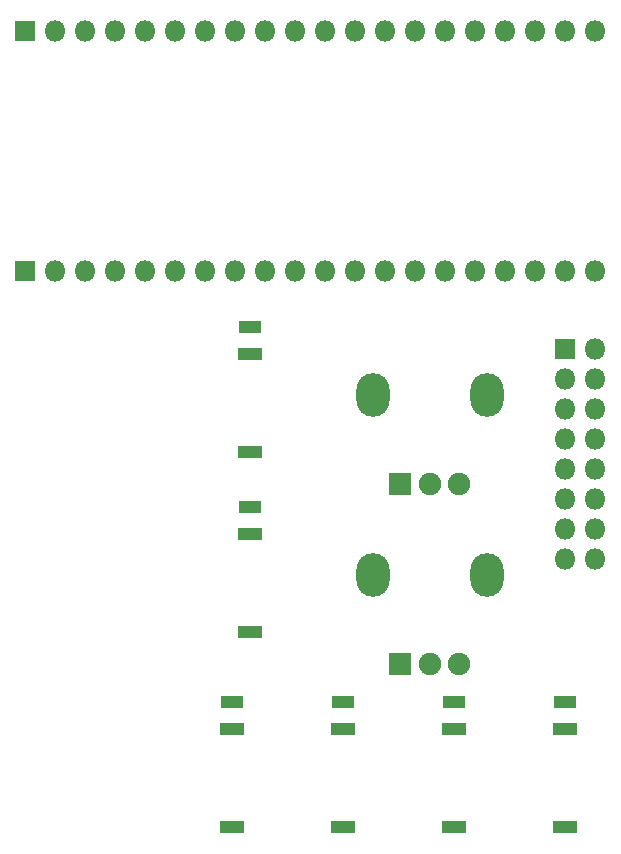
<source format=gbr>
%TF.GenerationSoftware,KiCad,Pcbnew,5.1.6+dfsg1-1*%
%TF.CreationDate,2020-08-05T10:23:58+08:00*%
%TF.ProjectId,stm32dev-analog,73746d33-3264-4657-962d-616e616c6f67,rev?*%
%TF.SameCoordinates,Original*%
%TF.FileFunction,Soldermask,Bot*%
%TF.FilePolarity,Negative*%
%FSLAX46Y46*%
G04 Gerber Fmt 4.6, Leading zero omitted, Abs format (unit mm)*
G04 Created by KiCad (PCBNEW 5.1.6+dfsg1-1) date 2020-08-05 10:23:58*
%MOMM*%
%LPD*%
G01*
G04 APERTURE LIST*
%ADD10R,2.100000X1.100000*%
%ADD11R,1.900000X1.100000*%
%ADD12O,1.800000X1.800000*%
%ADD13R,1.800000X1.800000*%
%ADD14R,1.900000X1.900000*%
%ADD15C,1.900000*%
%ADD16O,2.820000X3.700000*%
G04 APERTURE END LIST*
D10*
%TO.C,J9*%
X132334000Y-96360000D03*
X132334000Y-88060000D03*
D11*
X132334000Y-85725000D03*
%TD*%
D12*
%TO.C,J8*%
X153670000Y-73660000D03*
X151130000Y-73660000D03*
X153670000Y-71120000D03*
X151130000Y-71120000D03*
X153670000Y-68580000D03*
X151130000Y-68580000D03*
X153670000Y-66040000D03*
X151130000Y-66040000D03*
X153670000Y-63500000D03*
X151130000Y-63500000D03*
X153670000Y-60960000D03*
X151130000Y-60960000D03*
X153670000Y-58420000D03*
X151130000Y-58420000D03*
X153670000Y-55880000D03*
D13*
X151130000Y-55880000D03*
%TD*%
D12*
%TO.C,J4*%
X153670000Y-28956000D03*
X151130000Y-28956000D03*
X148590000Y-28956000D03*
X146050000Y-28956000D03*
X143510000Y-28956000D03*
X140970000Y-28956000D03*
X138430000Y-28956000D03*
X135890000Y-28956000D03*
X133350000Y-28956000D03*
X130810000Y-28956000D03*
X128270000Y-28956000D03*
X125730000Y-28956000D03*
X123190000Y-28956000D03*
X120650000Y-28956000D03*
X118110000Y-28956000D03*
X115570000Y-28956000D03*
X113030000Y-28956000D03*
X110490000Y-28956000D03*
X107950000Y-28956000D03*
D13*
X105410000Y-28956000D03*
%TD*%
D12*
%TO.C,J3*%
X153670000Y-49276000D03*
X151130000Y-49276000D03*
X148590000Y-49276000D03*
X146050000Y-49276000D03*
X143510000Y-49276000D03*
X140970000Y-49276000D03*
X138430000Y-49276000D03*
X135890000Y-49276000D03*
X133350000Y-49276000D03*
X130810000Y-49276000D03*
X128270000Y-49276000D03*
X125730000Y-49276000D03*
X123190000Y-49276000D03*
X120650000Y-49276000D03*
X118110000Y-49276000D03*
X115570000Y-49276000D03*
X113030000Y-49276000D03*
X110490000Y-49276000D03*
X107950000Y-49276000D03*
D13*
X105410000Y-49276000D03*
%TD*%
D14*
%TO.C,RV2*%
X137160000Y-67310000D03*
D15*
X139660000Y-67310000D03*
X142160000Y-67310000D03*
D16*
X144460000Y-59810000D03*
X134860000Y-59810000D03*
%TD*%
D14*
%TO.C,RV1*%
X137160000Y-82550000D03*
D15*
X139660000Y-82550000D03*
X142160000Y-82550000D03*
D16*
X144460000Y-75050000D03*
X134860000Y-75050000D03*
%TD*%
D10*
%TO.C,J7*%
X122936000Y-96360000D03*
X122936000Y-88060000D03*
D11*
X122936000Y-85725000D03*
%TD*%
D10*
%TO.C,J6*%
X151130000Y-96360000D03*
X151130000Y-88060000D03*
D11*
X151130000Y-85725000D03*
%TD*%
D10*
%TO.C,J5*%
X124460000Y-79850000D03*
X124460000Y-71550000D03*
D11*
X124460000Y-69215000D03*
%TD*%
D10*
%TO.C,J2*%
X141732000Y-96360000D03*
X141732000Y-88060000D03*
D11*
X141732000Y-85725000D03*
%TD*%
D10*
%TO.C,J1*%
X124460000Y-64610000D03*
X124460000Y-56310000D03*
D11*
X124460000Y-53975000D03*
%TD*%
M02*

</source>
